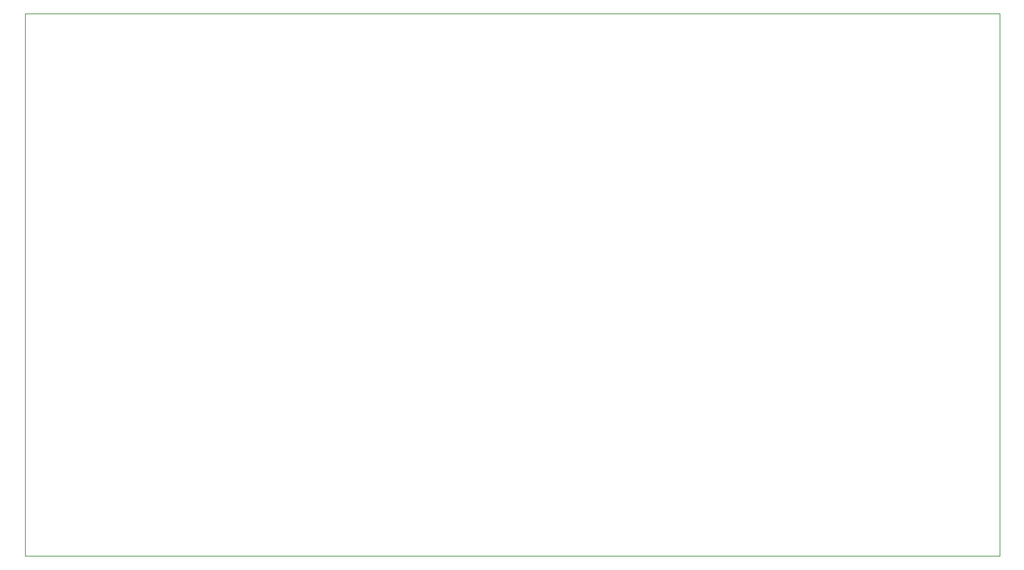
<source format=gbr>
%FSLAX34Y34*%
G04 Gerber Fmt 3.4, Leading zero omitted, Abs format*
G04 (created by PCBNEW (2014-06-10 BZR 4935)-product) date 26/06/2014 07:56:29*
%MOIN*%
G01*
G70*
G90*
G04 APERTURE LIST*
%ADD10C,0.005906*%
%ADD11C,0.003937*%
G04 APERTURE END LIST*
G54D10*
G54D11*
X9842Y-9842D02*
X9842Y-36614D01*
X57874Y-9842D02*
X9842Y-9842D01*
X57874Y-36614D02*
X57874Y-9842D01*
X9842Y-36614D02*
X57874Y-36614D01*
M02*

</source>
